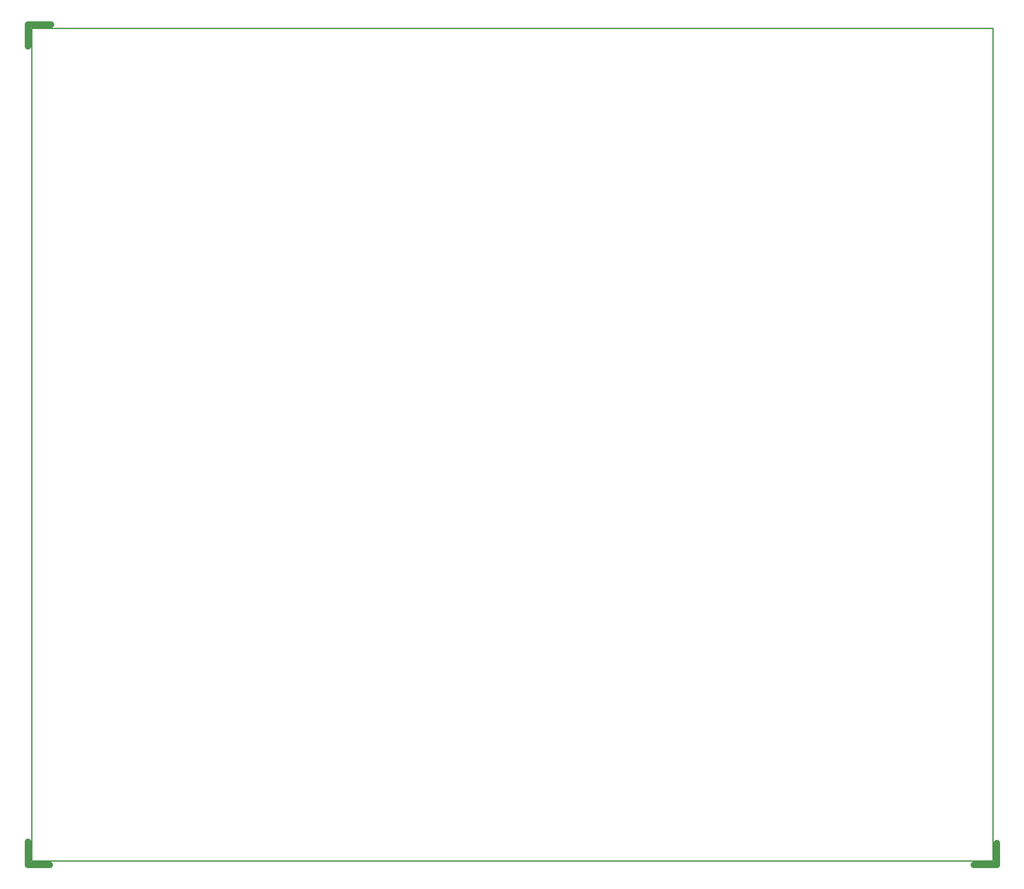
<source format=gko>
G04 Layer_Color=16711935*
%FSLAX25Y25*%
%MOIN*%
G70*
G01*
G75*
%ADD31C,0.01000*%
%ADD37C,0.05000*%
D31*
X0Y0D02*
Y650000D01*
X750000D01*
Y0D02*
Y650000D01*
X0Y0D02*
X750000D01*
D37*
X735000Y-3000D02*
X753000D01*
Y14000D01*
X-3000Y653000D02*
X15000D01*
X-3000Y636000D02*
Y653000D01*
Y-3000D02*
X14000D01*
X-3000D02*
Y15000D01*
M02*

</source>
